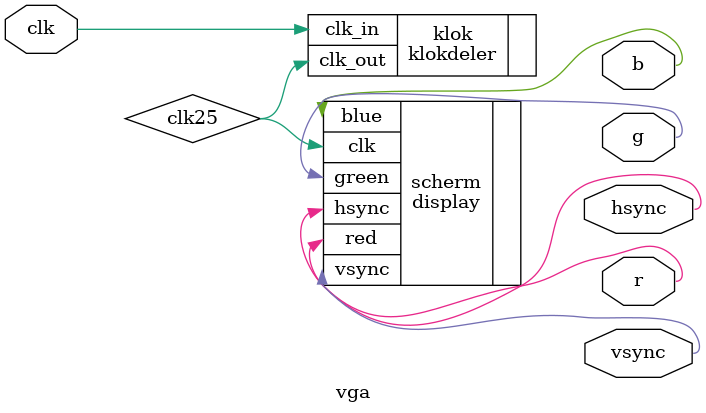
<source format=v>
module vga(input clk, output r, output g, output b, output hsync, output vsync);
    wire clk25;

    klokdeler klok(.clk_in(clk), .clk_out(clk25));
    display scherm(.clk(clk25), .hsync(hsync), .vsync(vsync), .red(r), .green(g), .blue(b));
endmodule




</source>
